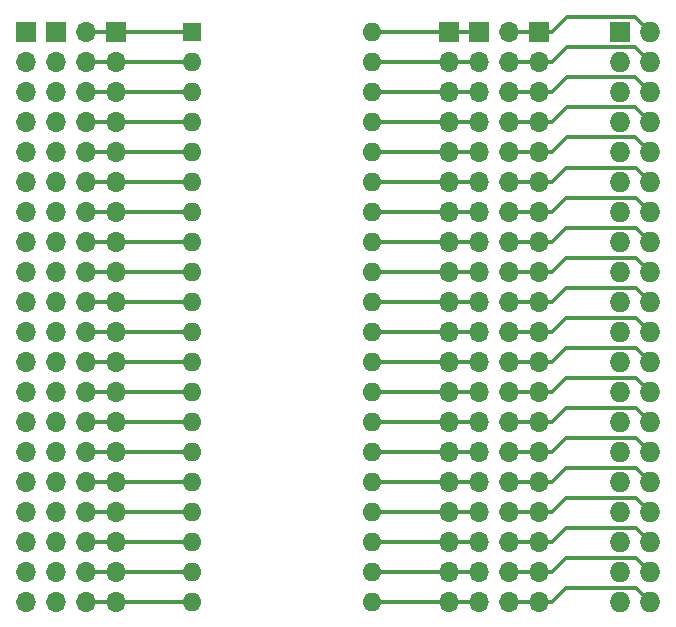
<source format=gbr>
%TF.GenerationSoftware,KiCad,Pcbnew,(5.99.0-7714-g70c397a9b4)*%
%TF.CreationDate,2021-02-07T01:03:55+03:00*%
%TF.ProjectId,dipext-pin_r4,64697065-7874-42d7-9069-6e5f72342e6b,rev?*%
%TF.SameCoordinates,Original*%
%TF.FileFunction,Copper,L1,Top*%
%TF.FilePolarity,Positive*%
%FSLAX46Y46*%
G04 Gerber Fmt 4.6, Leading zero omitted, Abs format (unit mm)*
G04 Created by KiCad (PCBNEW (5.99.0-7714-g70c397a9b4)) date 2021-02-07 01:03:55*
%MOMM*%
%LPD*%
G01*
G04 APERTURE LIST*
%TA.AperFunction,ComponentPad*%
%ADD10R,1.700000X1.700000*%
%TD*%
%TA.AperFunction,ComponentPad*%
%ADD11O,1.700000X1.700000*%
%TD*%
%TA.AperFunction,ComponentPad*%
%ADD12R,1.600000X1.600000*%
%TD*%
%TA.AperFunction,ComponentPad*%
%ADD13O,1.600000X1.600000*%
%TD*%
%TA.AperFunction,ComponentPad*%
%ADD14R,1.727200X1.727200*%
%TD*%
%TA.AperFunction,ComponentPad*%
%ADD15O,1.727200X1.727200*%
%TD*%
%TA.AperFunction,Conductor*%
%ADD16C,0.304800*%
%TD*%
G04 APERTURE END LIST*
D10*
%TO.P,J7,1,Pin_1*%
%TO.N,/P1*%
X42824399Y-46431201D03*
D11*
%TO.P,J7,2,Pin_2*%
%TO.N,/P2*%
X42824399Y-48971201D03*
%TO.P,J7,3,Pin_3*%
%TO.N,/P3*%
X42824399Y-51511201D03*
%TO.P,J7,4,Pin_4*%
%TO.N,/P4*%
X42824399Y-54051201D03*
%TO.P,J7,5,Pin_5*%
%TO.N,/P5*%
X42824399Y-56591201D03*
%TO.P,J7,6,Pin_6*%
%TO.N,/P6*%
X42824399Y-59131201D03*
%TO.P,J7,7,Pin_7*%
%TO.N,/P7*%
X42824399Y-61671201D03*
%TO.P,J7,8,Pin_8*%
%TO.N,/P8*%
X42824399Y-64211201D03*
%TO.P,J7,9,Pin_9*%
%TO.N,/P9*%
X42824399Y-66751201D03*
%TO.P,J7,10,Pin_10*%
%TO.N,/P10*%
X42824399Y-69291201D03*
%TO.P,J7,11,Pin_11*%
%TO.N,/P11*%
X42824399Y-71831201D03*
%TO.P,J7,12,Pin_12*%
%TO.N,/P12*%
X42824399Y-74371201D03*
%TO.P,J7,13,Pin_13*%
%TO.N,/P13*%
X42824399Y-76911201D03*
%TO.P,J7,14,Pin_14*%
%TO.N,/P14*%
X42824399Y-79451201D03*
%TO.P,J7,15,Pin_15*%
%TO.N,/P15*%
X42824399Y-81991201D03*
%TO.P,J7,16,Pin_16*%
%TO.N,/P16*%
X42824399Y-84531201D03*
%TO.P,J7,17,Pin_17*%
%TO.N,/P17*%
X42824399Y-87071201D03*
%TO.P,J7,18,Pin_18*%
%TO.N,/P18*%
X42824399Y-89611201D03*
%TO.P,J7,19,Pin_19*%
%TO.N,/P19*%
X42824399Y-92151201D03*
%TO.P,J7,20,Pin_20*%
%TO.N,/P20*%
X42824399Y-94691201D03*
%TD*%
D12*
%TO.P,J1,1,Pin_1*%
%TO.N,Net-(J1-Pad1)*%
X56895999Y-46431201D03*
D13*
%TO.P,J1,2,Pin_2*%
%TO.N,Net-(J1-Pad2)*%
X56895999Y-48971201D03*
%TO.P,J1,3,Pin_3*%
%TO.N,Net-(J1-Pad3)*%
X56895999Y-51511201D03*
%TO.P,J1,4,Pin_4*%
%TO.N,Net-(J1-Pad4)*%
X56895999Y-54051201D03*
%TO.P,J1,5,Pin_5*%
%TO.N,Net-(J1-Pad5)*%
X56895999Y-56591201D03*
%TO.P,J1,6,Pin_6*%
%TO.N,Net-(J1-Pad6)*%
X56895999Y-59131201D03*
%TO.P,J1,7,Pin_7*%
%TO.N,Net-(J1-Pad7)*%
X56895999Y-61671201D03*
%TO.P,J1,8,Pin_8*%
%TO.N,Net-(J1-Pad8)*%
X56895999Y-64211201D03*
%TO.P,J1,9,Pin_9*%
%TO.N,Net-(J1-Pad9)*%
X56895999Y-66751201D03*
%TO.P,J1,10,Pin_10*%
%TO.N,Net-(J1-Pad10)*%
X56895999Y-69291201D03*
%TO.P,J1,11,Pin_11*%
%TO.N,Net-(J1-Pad11)*%
X56895999Y-71831201D03*
%TO.P,J1,12,Pin_12*%
%TO.N,Net-(J1-Pad12)*%
X56895999Y-74371201D03*
%TO.P,J1,13,Pin_13*%
%TO.N,Net-(J1-Pad13)*%
X56895999Y-76911201D03*
%TO.P,J1,14,Pin_14*%
%TO.N,Net-(J1-Pad14)*%
X56895999Y-79451201D03*
%TO.P,J1,15,Pin_15*%
%TO.N,Net-(J1-Pad15)*%
X56895999Y-81991201D03*
%TO.P,J1,16,Pin_16*%
%TO.N,Net-(J1-Pad16)*%
X56895999Y-84531201D03*
%TO.P,J1,17,Pin_17*%
%TO.N,Net-(J1-Pad17)*%
X56895999Y-87071201D03*
%TO.P,J1,18,Pin_18*%
%TO.N,Net-(J1-Pad18)*%
X56895999Y-89611201D03*
%TO.P,J1,19,Pin_19*%
%TO.N,Net-(J1-Pad19)*%
X56895999Y-92151201D03*
%TO.P,J1,20,Pin_20*%
%TO.N,Net-(J1-Pad20)*%
X56895999Y-94691201D03*
%TO.P,J1,21,Pin_21*%
%TO.N,Net-(J1-Pad21)*%
X72135999Y-94691201D03*
%TO.P,J1,22,Pin_22*%
%TO.N,Net-(J1-Pad22)*%
X72135999Y-92151201D03*
%TO.P,J1,23,Pin_23*%
%TO.N,Net-(J1-Pad23)*%
X72135999Y-89611201D03*
%TO.P,J1,24,Pin_24*%
%TO.N,Net-(J1-Pad24)*%
X72135999Y-87071201D03*
%TO.P,J1,25,Pin_25*%
%TO.N,Net-(J1-Pad25)*%
X72135999Y-84531201D03*
%TO.P,J1,26,Pin_26*%
%TO.N,Net-(J1-Pad26)*%
X72135999Y-81991201D03*
%TO.P,J1,27,Pin_27*%
%TO.N,Net-(J1-Pad27)*%
X72135999Y-79451201D03*
%TO.P,J1,28,Pin_28*%
%TO.N,Net-(J1-Pad28)*%
X72135999Y-76911201D03*
%TO.P,J1,29,Pin_29*%
%TO.N,Net-(J1-Pad29)*%
X72135999Y-74371201D03*
%TO.P,J1,30,Pin_30*%
%TO.N,Net-(J6-Pad11)*%
X72135999Y-71831201D03*
%TO.P,J1,31,Pin_31*%
%TO.N,Net-(J6-Pad10)*%
X72135999Y-69291201D03*
%TO.P,J1,32,Pin_32*%
%TO.N,Net-(J6-Pad9)*%
X72135999Y-66751201D03*
%TO.P,J1,33,Pin_33*%
%TO.N,Net-(J6-Pad8)*%
X72135999Y-64211201D03*
%TO.P,J1,34,Pin_34*%
%TO.N,Net-(J1-Pad34)*%
X72135999Y-61671201D03*
%TO.P,J1,35,Pin_35*%
%TO.N,Net-(J1-Pad35)*%
X72135999Y-59131201D03*
%TO.P,J1,36,Pin_36*%
%TO.N,Net-(J1-Pad36)*%
X72135999Y-56591201D03*
%TO.P,J1,37,Pin_37*%
%TO.N,Net-(J1-Pad37)*%
X72135999Y-54051201D03*
%TO.P,J1,38,Pin_38*%
%TO.N,Net-(J1-Pad38)*%
X72135999Y-51511201D03*
%TO.P,J1,39,Pin_39*%
%TO.N,Net-(J6-Pad2)*%
X72135999Y-48971201D03*
%TO.P,J1,40,Pin_40*%
%TO.N,Net-(J6-Pad1)*%
X72135999Y-46431201D03*
%TD*%
D14*
%TO.P,J2,1,Pin_1*%
%TO.N,/P1*%
X93065599Y-46456601D03*
D15*
%TO.P,J2,2,Pin_2*%
%TO.N,/P40*%
X95605599Y-46456601D03*
%TO.P,J2,3,Pin_3*%
%TO.N,/P2*%
X93065599Y-48996601D03*
%TO.P,J2,4,Pin_4*%
%TO.N,/P39*%
X95605599Y-48996601D03*
%TO.P,J2,5,Pin_5*%
%TO.N,/P3*%
X93065599Y-51536601D03*
%TO.P,J2,6,Pin_6*%
%TO.N,/P38*%
X95605599Y-51536601D03*
%TO.P,J2,7,Pin_7*%
%TO.N,/P4*%
X93065599Y-54076601D03*
%TO.P,J2,8,Pin_8*%
%TO.N,/P37*%
X95605599Y-54076601D03*
%TO.P,J2,9,Pin_9*%
%TO.N,/P5*%
X93065599Y-56616601D03*
%TO.P,J2,10,Pin_10*%
%TO.N,/P36*%
X95605599Y-56616601D03*
%TO.P,J2,11,Pin_11*%
%TO.N,/P6*%
X93065599Y-59156601D03*
%TO.P,J2,12,Pin_12*%
%TO.N,/P35*%
X95605599Y-59156601D03*
%TO.P,J2,13,Pin_13*%
%TO.N,/P7*%
X93065599Y-61696601D03*
%TO.P,J2,14,Pin_14*%
%TO.N,/P34*%
X95605599Y-61696601D03*
%TO.P,J2,15,Pin_15*%
%TO.N,/P8*%
X93065599Y-64236601D03*
%TO.P,J2,16,Pin_16*%
%TO.N,/P33*%
X95605599Y-64236601D03*
%TO.P,J2,17,Pin_17*%
%TO.N,/P9*%
X93065599Y-66776601D03*
%TO.P,J2,18,Pin_18*%
%TO.N,/P32*%
X95605599Y-66776601D03*
%TO.P,J2,19,Pin_19*%
%TO.N,/P10*%
X93065599Y-69316601D03*
%TO.P,J2,20,Pin_20*%
%TO.N,/P31*%
X95605599Y-69316601D03*
%TO.P,J2,21,Pin_21*%
%TO.N,/P11*%
X93065599Y-71856601D03*
%TO.P,J2,22,Pin_22*%
%TO.N,/P30*%
X95605599Y-71856601D03*
%TO.P,J2,23,Pin_23*%
%TO.N,/P12*%
X93065599Y-74396601D03*
%TO.P,J2,24,Pin_24*%
%TO.N,/P29*%
X95605599Y-74396601D03*
%TO.P,J2,25,Pin_25*%
%TO.N,/P13*%
X93065599Y-76936601D03*
%TO.P,J2,26,Pin_26*%
%TO.N,/P28*%
X95605599Y-76936601D03*
%TO.P,J2,27,Pin_27*%
%TO.N,/P14*%
X93065599Y-79476601D03*
%TO.P,J2,28,Pin_28*%
%TO.N,/P27*%
X95605599Y-79476601D03*
%TO.P,J2,29,Pin_29*%
%TO.N,/P15*%
X93065599Y-82016601D03*
%TO.P,J2,30,Pin_30*%
%TO.N,/P26*%
X95605599Y-82016601D03*
%TO.P,J2,31,Pin_31*%
%TO.N,/P16*%
X93065599Y-84556601D03*
%TO.P,J2,32,Pin_32*%
%TO.N,/P25*%
X95605599Y-84556601D03*
%TO.P,J2,33,Pin_33*%
%TO.N,/P17*%
X93065599Y-87096601D03*
%TO.P,J2,34,Pin_34*%
%TO.N,/P24*%
X95605599Y-87096601D03*
%TO.P,J2,35,Pin_35*%
%TO.N,/P18*%
X93065599Y-89636601D03*
%TO.P,J2,36,Pin_36*%
%TO.N,/P23*%
X95605599Y-89636601D03*
%TO.P,J2,37,Pin_37*%
%TO.N,/P19*%
X93065599Y-92176601D03*
%TO.P,J2,38,Pin_38*%
%TO.N,/P22*%
X95605599Y-92176601D03*
%TO.P,J2,39,Pin_39*%
%TO.N,/P20*%
X93065599Y-94716601D03*
%TO.P,J2,40,Pin_40*%
%TO.N,/P21*%
X95605599Y-94716601D03*
%TD*%
D10*
%TO.P,J3,1,Pin_1*%
%TO.N,/P1*%
X45364399Y-46431201D03*
D11*
%TO.P,J3,2,Pin_2*%
%TO.N,Net-(J1-Pad1)*%
X47904399Y-46431201D03*
%TO.P,J3,3,Pin_3*%
%TO.N,/P2*%
X45364399Y-48971201D03*
%TO.P,J3,4,Pin_4*%
%TO.N,Net-(J1-Pad2)*%
X47904399Y-48971201D03*
%TO.P,J3,5,Pin_5*%
%TO.N,/P3*%
X45364399Y-51511201D03*
%TO.P,J3,6,Pin_6*%
%TO.N,Net-(J1-Pad3)*%
X47904399Y-51511201D03*
%TO.P,J3,7,Pin_7*%
%TO.N,/P4*%
X45364399Y-54051201D03*
%TO.P,J3,8,Pin_8*%
%TO.N,Net-(J1-Pad4)*%
X47904399Y-54051201D03*
%TO.P,J3,9,Pin_9*%
%TO.N,/P5*%
X45364399Y-56591201D03*
%TO.P,J3,10,Pin_10*%
%TO.N,Net-(J1-Pad5)*%
X47904399Y-56591201D03*
%TO.P,J3,11,Pin_11*%
%TO.N,/P6*%
X45364399Y-59131201D03*
%TO.P,J3,12,Pin_12*%
%TO.N,Net-(J1-Pad6)*%
X47904399Y-59131201D03*
%TO.P,J3,13,Pin_13*%
%TO.N,/P7*%
X45364399Y-61671201D03*
%TO.P,J3,14,Pin_14*%
%TO.N,Net-(J1-Pad7)*%
X47904399Y-61671201D03*
%TO.P,J3,15,Pin_15*%
%TO.N,/P8*%
X45364399Y-64211201D03*
%TO.P,J3,16,Pin_16*%
%TO.N,Net-(J1-Pad8)*%
X47904399Y-64211201D03*
%TO.P,J3,17,Pin_17*%
%TO.N,/P9*%
X45364399Y-66751201D03*
%TO.P,J3,18,Pin_18*%
%TO.N,Net-(J1-Pad9)*%
X47904399Y-66751201D03*
%TO.P,J3,19,Pin_19*%
%TO.N,/P10*%
X45364399Y-69291201D03*
%TO.P,J3,20,Pin_20*%
%TO.N,Net-(J1-Pad10)*%
X47904399Y-69291201D03*
%TO.P,J3,21,Pin_21*%
%TO.N,/P11*%
X45364399Y-71831201D03*
%TO.P,J3,22,Pin_22*%
%TO.N,Net-(J1-Pad11)*%
X47904399Y-71831201D03*
%TO.P,J3,23,Pin_23*%
%TO.N,/P12*%
X45364399Y-74371201D03*
%TO.P,J3,24,Pin_24*%
%TO.N,Net-(J1-Pad12)*%
X47904399Y-74371201D03*
%TO.P,J3,25,Pin_25*%
%TO.N,/P13*%
X45364399Y-76911201D03*
%TO.P,J3,26,Pin_26*%
%TO.N,Net-(J1-Pad13)*%
X47904399Y-76911201D03*
%TO.P,J3,27,Pin_27*%
%TO.N,/P14*%
X45364399Y-79451201D03*
%TO.P,J3,28,Pin_28*%
%TO.N,Net-(J1-Pad14)*%
X47904399Y-79451201D03*
%TO.P,J3,29,Pin_29*%
%TO.N,/P15*%
X45364399Y-81991201D03*
%TO.P,J3,30,Pin_30*%
%TO.N,Net-(J1-Pad15)*%
X47904399Y-81991201D03*
%TO.P,J3,31,Pin_31*%
%TO.N,/P16*%
X45364399Y-84531201D03*
%TO.P,J3,32,Pin_32*%
%TO.N,Net-(J1-Pad16)*%
X47904399Y-84531201D03*
%TO.P,J3,33,Pin_33*%
%TO.N,/P17*%
X45364399Y-87071201D03*
%TO.P,J3,34,Pin_34*%
%TO.N,Net-(J1-Pad17)*%
X47904399Y-87071201D03*
%TO.P,J3,35,Pin_35*%
%TO.N,/P18*%
X45364399Y-89611201D03*
%TO.P,J3,36,Pin_36*%
%TO.N,Net-(J1-Pad18)*%
X47904399Y-89611201D03*
%TO.P,J3,37,Pin_37*%
%TO.N,/P19*%
X45364399Y-92151201D03*
%TO.P,J3,38,Pin_38*%
%TO.N,Net-(J1-Pad19)*%
X47904399Y-92151201D03*
%TO.P,J3,39,Pin_39*%
%TO.N,/P20*%
X45364399Y-94691201D03*
%TO.P,J3,40,Pin_40*%
%TO.N,Net-(J1-Pad20)*%
X47904399Y-94691201D03*
%TD*%
D10*
%TO.P,J4,1,Pin_1*%
%TO.N,Net-(J6-Pad1)*%
X81152999Y-46456601D03*
D11*
%TO.P,J4,2,Pin_2*%
%TO.N,/P40*%
X83692999Y-46456601D03*
%TO.P,J4,3,Pin_3*%
%TO.N,Net-(J6-Pad2)*%
X81152999Y-48996601D03*
%TO.P,J4,4,Pin_4*%
%TO.N,/P39*%
X83692999Y-48996601D03*
%TO.P,J4,5,Pin_5*%
%TO.N,Net-(J1-Pad38)*%
X81152999Y-51536601D03*
%TO.P,J4,6,Pin_6*%
%TO.N,/P38*%
X83692999Y-51536601D03*
%TO.P,J4,7,Pin_7*%
%TO.N,Net-(J1-Pad37)*%
X81152999Y-54076601D03*
%TO.P,J4,8,Pin_8*%
%TO.N,/P37*%
X83692999Y-54076601D03*
%TO.P,J4,9,Pin_9*%
%TO.N,Net-(J1-Pad36)*%
X81152999Y-56616601D03*
%TO.P,J4,10,Pin_10*%
%TO.N,/P36*%
X83692999Y-56616601D03*
%TO.P,J4,11,Pin_11*%
%TO.N,Net-(J1-Pad35)*%
X81152999Y-59156601D03*
%TO.P,J4,12,Pin_12*%
%TO.N,/P35*%
X83692999Y-59156601D03*
%TO.P,J4,13,Pin_13*%
%TO.N,Net-(J1-Pad34)*%
X81152999Y-61696601D03*
%TO.P,J4,14,Pin_14*%
%TO.N,/P34*%
X83692999Y-61696601D03*
%TO.P,J4,15,Pin_15*%
%TO.N,Net-(J6-Pad8)*%
X81152999Y-64236601D03*
%TO.P,J4,16,Pin_16*%
%TO.N,/P33*%
X83692999Y-64236601D03*
%TO.P,J4,17,Pin_17*%
%TO.N,Net-(J6-Pad9)*%
X81152999Y-66776601D03*
%TO.P,J4,18,Pin_18*%
%TO.N,/P32*%
X83692999Y-66776601D03*
%TO.P,J4,19,Pin_19*%
%TO.N,Net-(J6-Pad10)*%
X81152999Y-69316601D03*
%TO.P,J4,20,Pin_20*%
%TO.N,/P31*%
X83692999Y-69316601D03*
%TO.P,J4,21,Pin_21*%
%TO.N,Net-(J6-Pad11)*%
X81152999Y-71856601D03*
%TO.P,J4,22,Pin_22*%
%TO.N,/P30*%
X83692999Y-71856601D03*
%TO.P,J4,23,Pin_23*%
%TO.N,Net-(J1-Pad29)*%
X81152999Y-74396601D03*
%TO.P,J4,24,Pin_24*%
%TO.N,/P29*%
X83692999Y-74396601D03*
%TO.P,J4,25,Pin_25*%
%TO.N,Net-(J1-Pad28)*%
X81152999Y-76936601D03*
%TO.P,J4,26,Pin_26*%
%TO.N,/P28*%
X83692999Y-76936601D03*
%TO.P,J4,27,Pin_27*%
%TO.N,Net-(J1-Pad27)*%
X81152999Y-79476601D03*
%TO.P,J4,28,Pin_28*%
%TO.N,/P27*%
X83692999Y-79476601D03*
%TO.P,J4,29,Pin_29*%
%TO.N,Net-(J1-Pad26)*%
X81152999Y-82016601D03*
%TO.P,J4,30,Pin_30*%
%TO.N,/P26*%
X83692999Y-82016601D03*
%TO.P,J4,31,Pin_31*%
%TO.N,Net-(J1-Pad25)*%
X81152999Y-84556601D03*
%TO.P,J4,32,Pin_32*%
%TO.N,/P25*%
X83692999Y-84556601D03*
%TO.P,J4,33,Pin_33*%
%TO.N,Net-(J1-Pad24)*%
X81152999Y-87096601D03*
%TO.P,J4,34,Pin_34*%
%TO.N,/P24*%
X83692999Y-87096601D03*
%TO.P,J4,35,Pin_35*%
%TO.N,Net-(J1-Pad23)*%
X81152999Y-89636601D03*
%TO.P,J4,36,Pin_36*%
%TO.N,/P23*%
X83692999Y-89636601D03*
%TO.P,J4,37,Pin_37*%
%TO.N,Net-(J1-Pad22)*%
X81152999Y-92176601D03*
%TO.P,J4,38,Pin_38*%
%TO.N,/P22*%
X83692999Y-92176601D03*
%TO.P,J4,39,Pin_39*%
%TO.N,Net-(J1-Pad21)*%
X81152999Y-94716601D03*
%TO.P,J4,40,Pin_40*%
%TO.N,/P21*%
X83692999Y-94716601D03*
%TD*%
D10*
%TO.P,J8,1,Pin_1*%
%TO.N,Net-(J1-Pad1)*%
X50444199Y-46431201D03*
D11*
%TO.P,J8,2,Pin_2*%
%TO.N,Net-(J1-Pad2)*%
X50444199Y-48971201D03*
%TO.P,J8,3,Pin_3*%
%TO.N,Net-(J1-Pad3)*%
X50444199Y-51511201D03*
%TO.P,J8,4,Pin_4*%
%TO.N,Net-(J1-Pad4)*%
X50444199Y-54051201D03*
%TO.P,J8,5,Pin_5*%
%TO.N,Net-(J1-Pad5)*%
X50444199Y-56591201D03*
%TO.P,J8,6,Pin_6*%
%TO.N,Net-(J1-Pad6)*%
X50444199Y-59131201D03*
%TO.P,J8,7,Pin_7*%
%TO.N,Net-(J1-Pad7)*%
X50444199Y-61671201D03*
%TO.P,J8,8,Pin_8*%
%TO.N,Net-(J1-Pad8)*%
X50444199Y-64211201D03*
%TO.P,J8,9,Pin_9*%
%TO.N,Net-(J1-Pad9)*%
X50444199Y-66751201D03*
%TO.P,J8,10,Pin_10*%
%TO.N,Net-(J1-Pad10)*%
X50444199Y-69291201D03*
%TO.P,J8,11,Pin_11*%
%TO.N,Net-(J1-Pad11)*%
X50444199Y-71831201D03*
%TO.P,J8,12,Pin_12*%
%TO.N,Net-(J1-Pad12)*%
X50444199Y-74371201D03*
%TO.P,J8,13,Pin_13*%
%TO.N,Net-(J1-Pad13)*%
X50444199Y-76911201D03*
%TO.P,J8,14,Pin_14*%
%TO.N,Net-(J1-Pad14)*%
X50444199Y-79451201D03*
%TO.P,J8,15,Pin_15*%
%TO.N,Net-(J1-Pad15)*%
X50444199Y-81991201D03*
%TO.P,J8,16,Pin_16*%
%TO.N,Net-(J1-Pad16)*%
X50444199Y-84531201D03*
%TO.P,J8,17,Pin_17*%
%TO.N,Net-(J1-Pad17)*%
X50444199Y-87071201D03*
%TO.P,J8,18,Pin_18*%
%TO.N,Net-(J1-Pad18)*%
X50444199Y-89611201D03*
%TO.P,J8,19,Pin_19*%
%TO.N,Net-(J1-Pad19)*%
X50444199Y-92151201D03*
%TO.P,J8,20,Pin_20*%
%TO.N,Net-(J1-Pad20)*%
X50444199Y-94691201D03*
%TD*%
D10*
%TO.P,J6,1,Pin_1*%
%TO.N,Net-(J6-Pad1)*%
X78613399Y-46456601D03*
D11*
%TO.P,J6,2,Pin_2*%
%TO.N,Net-(J6-Pad2)*%
X78613399Y-48996601D03*
%TO.P,J6,3,Pin_3*%
%TO.N,Net-(J1-Pad38)*%
X78613399Y-51536601D03*
%TO.P,J6,4,Pin_4*%
%TO.N,Net-(J1-Pad37)*%
X78613399Y-54076601D03*
%TO.P,J6,5,Pin_5*%
%TO.N,Net-(J1-Pad36)*%
X78613399Y-56616601D03*
%TO.P,J6,6,Pin_6*%
%TO.N,Net-(J1-Pad35)*%
X78613399Y-59156601D03*
%TO.P,J6,7,Pin_7*%
%TO.N,Net-(J1-Pad34)*%
X78613399Y-61696601D03*
%TO.P,J6,8,Pin_8*%
%TO.N,Net-(J6-Pad8)*%
X78613399Y-64236601D03*
%TO.P,J6,9,Pin_9*%
%TO.N,Net-(J6-Pad9)*%
X78613399Y-66776601D03*
%TO.P,J6,10,Pin_10*%
%TO.N,Net-(J6-Pad10)*%
X78613399Y-69316601D03*
%TO.P,J6,11,Pin_11*%
%TO.N,Net-(J6-Pad11)*%
X78613399Y-71856601D03*
%TO.P,J6,12,Pin_12*%
%TO.N,Net-(J1-Pad29)*%
X78613399Y-74396601D03*
%TO.P,J6,13,Pin_13*%
%TO.N,Net-(J1-Pad28)*%
X78613399Y-76936601D03*
%TO.P,J6,14,Pin_14*%
%TO.N,Net-(J1-Pad27)*%
X78613399Y-79476601D03*
%TO.P,J6,15,Pin_15*%
%TO.N,Net-(J1-Pad26)*%
X78613399Y-82016601D03*
%TO.P,J6,16,Pin_16*%
%TO.N,Net-(J1-Pad25)*%
X78613399Y-84556601D03*
%TO.P,J6,17,Pin_17*%
%TO.N,Net-(J1-Pad24)*%
X78613399Y-87096601D03*
%TO.P,J6,18,Pin_18*%
%TO.N,Net-(J1-Pad23)*%
X78613399Y-89636601D03*
%TO.P,J6,19,Pin_19*%
%TO.N,Net-(J1-Pad22)*%
X78613399Y-92176601D03*
%TO.P,J6,20,Pin_20*%
%TO.N,Net-(J1-Pad21)*%
X78613399Y-94716601D03*
%TD*%
D10*
%TO.P,J5,1,Pin_1*%
%TO.N,/P40*%
X86232599Y-46456601D03*
D11*
%TO.P,J5,2,Pin_2*%
%TO.N,/P39*%
X86232599Y-48996601D03*
%TO.P,J5,3,Pin_3*%
%TO.N,/P38*%
X86232599Y-51536601D03*
%TO.P,J5,4,Pin_4*%
%TO.N,/P37*%
X86232599Y-54076601D03*
%TO.P,J5,5,Pin_5*%
%TO.N,/P36*%
X86232599Y-56616601D03*
%TO.P,J5,6,Pin_6*%
%TO.N,/P35*%
X86232599Y-59156601D03*
%TO.P,J5,7,Pin_7*%
%TO.N,/P34*%
X86232599Y-61696601D03*
%TO.P,J5,8,Pin_8*%
%TO.N,/P33*%
X86232599Y-64236601D03*
%TO.P,J5,9,Pin_9*%
%TO.N,/P32*%
X86232599Y-66776601D03*
%TO.P,J5,10,Pin_10*%
%TO.N,/P31*%
X86232599Y-69316601D03*
%TO.P,J5,11,Pin_11*%
%TO.N,/P30*%
X86232599Y-71856601D03*
%TO.P,J5,12,Pin_12*%
%TO.N,/P29*%
X86232599Y-74396601D03*
%TO.P,J5,13,Pin_13*%
%TO.N,/P28*%
X86232599Y-76936601D03*
%TO.P,J5,14,Pin_14*%
%TO.N,/P27*%
X86232599Y-79476601D03*
%TO.P,J5,15,Pin_15*%
%TO.N,/P26*%
X86232599Y-82016601D03*
%TO.P,J5,16,Pin_16*%
%TO.N,/P25*%
X86232599Y-84556601D03*
%TO.P,J5,17,Pin_17*%
%TO.N,/P24*%
X86232599Y-87096601D03*
%TO.P,J5,18,Pin_18*%
%TO.N,/P23*%
X86232599Y-89636601D03*
%TO.P,J5,19,Pin_19*%
%TO.N,/P22*%
X86232599Y-92176601D03*
%TO.P,J5,20,Pin_20*%
%TO.N,/P21*%
X86232599Y-94716601D03*
%TD*%
D16*
%TO.N,/P21*%
X88519000Y-93548200D02*
X87350599Y-94716601D01*
X87325199Y-94691201D02*
X87350599Y-94716601D01*
X83718399Y-94691201D02*
X87325199Y-94691201D01*
X83692999Y-94716601D02*
X83718399Y-94691201D01*
X95605599Y-94716601D02*
X94437198Y-93548200D01*
X94437198Y-93548200D02*
X88519000Y-93548200D01*
%TO.N,/P22*%
X94437198Y-91008200D02*
X88519000Y-91008200D01*
X83692999Y-92176601D02*
X83718399Y-92151201D01*
X83718399Y-92151201D02*
X87325199Y-92151201D01*
X95605599Y-92176601D02*
X94437198Y-91008200D01*
X87325199Y-92151201D02*
X87350599Y-92176601D01*
X88519000Y-91008200D02*
X87350599Y-92176601D01*
%TO.N,/P23*%
X88519000Y-88468200D02*
X87350599Y-89636601D01*
X94437198Y-88468200D02*
X88519000Y-88468200D01*
X95605599Y-89636601D02*
X94437198Y-88468200D01*
X83692999Y-89636601D02*
X87350599Y-89636601D01*
%TO.N,/P24*%
X88519000Y-85928200D02*
X87350599Y-87096601D01*
X83718399Y-87071201D02*
X87325199Y-87071201D01*
X87325199Y-87071201D02*
X87350599Y-87096601D01*
X83692999Y-87096601D02*
X83718399Y-87071201D01*
X95605599Y-87096601D02*
X94437198Y-85928200D01*
X94437198Y-85928200D02*
X88519000Y-85928200D01*
%TO.N,/P25*%
X95605599Y-84556601D02*
X94437198Y-83388200D01*
X94437198Y-83388200D02*
X88519000Y-83388200D01*
X87325199Y-84531201D02*
X87350599Y-84556601D01*
X88519000Y-83388200D02*
X87350599Y-84556601D01*
X83692999Y-84556601D02*
X83718399Y-84531201D01*
X83718399Y-84531201D02*
X87325199Y-84531201D01*
%TO.N,/P26*%
X83692999Y-82016601D02*
X83718399Y-81991201D01*
X83718399Y-81991201D02*
X87325199Y-81991201D01*
X94437198Y-80848200D02*
X88519000Y-80848200D01*
X88519000Y-80848200D02*
X87350599Y-82016601D01*
X87325199Y-81991201D02*
X87350599Y-82016601D01*
X95605599Y-82016601D02*
X94437198Y-80848200D01*
%TO.N,/P27*%
X94437198Y-78308200D02*
X88519000Y-78308200D01*
X83692999Y-79476601D02*
X87350599Y-79476601D01*
X88519000Y-78308200D02*
X87350599Y-79476601D01*
X95605599Y-79476601D02*
X94437198Y-78308200D01*
%TO.N,/P28*%
X95605599Y-76936601D02*
X94437198Y-75768200D01*
X88519000Y-75768200D02*
X87350599Y-76936601D01*
X94437198Y-75768200D02*
X88519000Y-75768200D01*
X83692999Y-76936601D02*
X87350599Y-76936601D01*
%TO.N,/P29*%
X83718399Y-74371201D02*
X87325199Y-74371201D01*
X83692999Y-74396601D02*
X83718399Y-74371201D01*
X94437198Y-73228200D02*
X88519000Y-73228200D01*
X87325199Y-74371201D02*
X87350599Y-74396601D01*
X95605599Y-74396601D02*
X94437198Y-73228200D01*
X88519000Y-73228200D02*
X87350599Y-74396601D01*
%TO.N,/P30*%
X94437198Y-70688200D02*
X88519000Y-70688200D01*
X87325199Y-71831201D02*
X87350599Y-71856601D01*
X95605599Y-71856601D02*
X94437198Y-70688200D01*
X88519000Y-70688200D02*
X87350599Y-71856601D01*
X83718399Y-71831201D02*
X87325199Y-71831201D01*
X83692999Y-71856601D02*
X83718399Y-71831201D01*
%TO.N,/P31*%
X87325199Y-69291201D02*
X87350599Y-69316601D01*
X83692999Y-69316601D02*
X83718399Y-69291201D01*
X94437198Y-68148200D02*
X88519000Y-68148200D01*
X88519000Y-68148200D02*
X87350599Y-69316601D01*
X83718399Y-69291201D02*
X87325199Y-69291201D01*
X95605599Y-69316601D02*
X94437198Y-68148200D01*
%TO.N,/P32*%
X88519000Y-65608200D02*
X87350599Y-66776601D01*
X95605599Y-66776601D02*
X94437198Y-65608200D01*
X83692999Y-66776601D02*
X87350599Y-66776601D01*
X94437198Y-65608200D02*
X88519000Y-65608200D01*
%TO.N,/P33*%
X95605599Y-64236601D02*
X94437198Y-63068200D01*
X83692999Y-64236601D02*
X83718399Y-64211201D01*
X94437198Y-63068200D02*
X88519000Y-63068200D01*
X88519000Y-63068200D02*
X87350599Y-64236601D01*
X87325199Y-64211201D02*
X87350599Y-64236601D01*
X83718399Y-64211201D02*
X87325199Y-64211201D01*
%TO.N,/P34*%
X83692999Y-61696601D02*
X87350599Y-61696601D01*
X94437198Y-60528200D02*
X88519000Y-60528200D01*
X88519000Y-60528200D02*
X87350599Y-61696601D01*
X95605599Y-61696601D02*
X94437198Y-60528200D01*
%TO.N,/P35*%
X83692999Y-59156601D02*
X83718399Y-59131201D01*
X87325199Y-59131201D02*
X87350599Y-59156601D01*
X94437198Y-57988200D02*
X88519000Y-57988200D01*
X88519000Y-57988200D02*
X87350599Y-59156601D01*
X83718399Y-59131201D02*
X87325199Y-59131201D01*
X95605599Y-59156601D02*
X94437198Y-57988200D01*
%TO.N,/P36*%
X95605599Y-56616601D02*
X94335599Y-55346601D01*
X88620599Y-55346601D02*
X87350599Y-56616601D01*
X83692999Y-56616601D02*
X87350599Y-56616601D01*
X94335599Y-55346601D02*
X88620599Y-55346601D01*
%TO.N,/P37*%
X87325199Y-54051201D02*
X87350599Y-54076601D01*
X95605599Y-54076601D02*
X94335599Y-52806601D01*
X88620599Y-52806601D02*
X87350599Y-54076601D01*
X83718399Y-54051201D02*
X87325199Y-54051201D01*
X83692999Y-54076601D02*
X83718399Y-54051201D01*
X94335599Y-52806601D02*
X88620599Y-52806601D01*
%TO.N,/P38*%
X87325199Y-51511201D02*
X87350599Y-51536601D01*
X83718399Y-51511201D02*
X87325199Y-51511201D01*
X83692999Y-51536601D02*
X83718399Y-51511201D01*
X94360999Y-50292001D02*
X88595199Y-50292001D01*
X88595199Y-50292001D02*
X87350599Y-51536601D01*
X95605599Y-51536601D02*
X94360999Y-50292001D01*
%TO.N,/P39*%
X83692999Y-48996601D02*
X87350599Y-48996601D01*
X88620599Y-47726601D02*
X87350599Y-48996601D01*
X94335599Y-47726601D02*
X88620599Y-47726601D01*
X95605599Y-48996601D02*
X94335599Y-47726601D01*
%TO.N,/P40*%
X83718399Y-46431201D02*
X87325199Y-46431201D01*
X94335599Y-45186601D02*
X88620599Y-45186601D01*
X95605599Y-46456601D02*
X94335599Y-45186601D01*
X87325199Y-46431201D02*
X87350599Y-46456601D01*
X88620599Y-45186601D02*
X87350599Y-46456601D01*
X83692999Y-46456601D02*
X83718399Y-46431201D01*
%TO.N,Net-(J1-Pad1)*%
X47904399Y-46431201D02*
X47929799Y-46456601D01*
X56870599Y-46456601D02*
X56895999Y-46431201D01*
X47929799Y-46456601D02*
X56870599Y-46456601D01*
%TO.N,Net-(J1-Pad21)*%
X72135999Y-94691201D02*
X72161399Y-94716601D01*
X72161399Y-94716601D02*
X81152999Y-94716601D01*
%TO.N,Net-(J1-Pad2)*%
X47904399Y-48971201D02*
X47929799Y-48996601D01*
X56870599Y-48996601D02*
X56895999Y-48971201D01*
X47929799Y-48996601D02*
X56870599Y-48996601D01*
%TO.N,Net-(J1-Pad22)*%
X72135999Y-92151201D02*
X72161399Y-92176601D01*
X72161399Y-92176601D02*
X81152999Y-92176601D01*
%TO.N,Net-(J1-Pad3)*%
X47904399Y-51511201D02*
X47929799Y-51536601D01*
X56870599Y-51536601D02*
X56895999Y-51511201D01*
X47929799Y-51536601D02*
X56870599Y-51536601D01*
%TO.N,Net-(J1-Pad23)*%
X72161399Y-89636601D02*
X81152999Y-89636601D01*
X72135999Y-89611201D02*
X72161399Y-89636601D01*
%TO.N,Net-(J1-Pad4)*%
X56870599Y-54076601D02*
X56895999Y-54051201D01*
X47904399Y-54051201D02*
X47929799Y-54076601D01*
X47929799Y-54076601D02*
X56870599Y-54076601D01*
%TO.N,Net-(J1-Pad24)*%
X72161399Y-87096601D02*
X81152999Y-87096601D01*
X72135999Y-87071201D02*
X72161399Y-87096601D01*
%TO.N,Net-(J1-Pad5)*%
X47904399Y-56591201D02*
X47929799Y-56616601D01*
X47929799Y-56616601D02*
X56870599Y-56616601D01*
X56870599Y-56616601D02*
X56895999Y-56591201D01*
%TO.N,Net-(J1-Pad25)*%
X72135999Y-84531201D02*
X72161399Y-84556601D01*
X72161399Y-84556601D02*
X81152999Y-84556601D01*
%TO.N,Net-(J1-Pad6)*%
X47904399Y-59131201D02*
X47929799Y-59156601D01*
X56870599Y-59156601D02*
X56895999Y-59131201D01*
X47929799Y-59156601D02*
X56870599Y-59156601D01*
%TO.N,Net-(J1-Pad26)*%
X72135999Y-81991201D02*
X72161399Y-82016601D01*
X72161399Y-82016601D02*
X81152999Y-82016601D01*
%TO.N,Net-(J1-Pad7)*%
X47929799Y-61696601D02*
X56870599Y-61696601D01*
X47904399Y-61671201D02*
X47929799Y-61696601D01*
X56870599Y-61696601D02*
X56895999Y-61671201D01*
%TO.N,Net-(J1-Pad27)*%
X72161399Y-79476601D02*
X81152999Y-79476601D01*
X72135999Y-79451201D02*
X72161399Y-79476601D01*
%TO.N,Net-(J1-Pad8)*%
X47929799Y-64236601D02*
X56870599Y-64236601D01*
X47904399Y-64211201D02*
X47929799Y-64236601D01*
X56870599Y-64236601D02*
X56895999Y-64211201D01*
%TO.N,Net-(J1-Pad28)*%
X72161399Y-76936601D02*
X81152999Y-76936601D01*
X72135999Y-76911201D02*
X72161399Y-76936601D01*
%TO.N,Net-(J1-Pad9)*%
X47929799Y-66776601D02*
X56870599Y-66776601D01*
X47904399Y-66751201D02*
X47929799Y-66776601D01*
X56870599Y-66776601D02*
X56895999Y-66751201D01*
%TO.N,Net-(J1-Pad29)*%
X72161399Y-74396601D02*
X81152999Y-74396601D01*
X72135999Y-74371201D02*
X72161399Y-74396601D01*
%TO.N,Net-(J1-Pad10)*%
X56870599Y-69316601D02*
X56895999Y-69291201D01*
X47904399Y-69291201D02*
X47929799Y-69316601D01*
X47929799Y-69316601D02*
X56870599Y-69316601D01*
%TO.N,Net-(J6-Pad11)*%
X72135999Y-71831201D02*
X72161399Y-71856601D01*
X72161399Y-71856601D02*
X81152999Y-71856601D01*
%TO.N,Net-(J1-Pad11)*%
X56870599Y-71856601D02*
X56895999Y-71831201D01*
X47904399Y-71831201D02*
X47929799Y-71856601D01*
X47929799Y-71856601D02*
X56870599Y-71856601D01*
%TO.N,Net-(J6-Pad10)*%
X72135999Y-69291201D02*
X72161399Y-69316601D01*
X72161399Y-69316601D02*
X81152999Y-69316601D01*
%TO.N,Net-(J1-Pad12)*%
X47904399Y-74371201D02*
X47929799Y-74396601D01*
X47929799Y-74396601D02*
X56870599Y-74396601D01*
X56870599Y-74396601D02*
X56895999Y-74371201D01*
%TO.N,Net-(J6-Pad9)*%
X72135999Y-66751201D02*
X72161399Y-66776601D01*
X72161399Y-66776601D02*
X81152999Y-66776601D01*
%TO.N,Net-(J1-Pad13)*%
X47929799Y-76936601D02*
X56870599Y-76936601D01*
X47904399Y-76911201D02*
X47929799Y-76936601D01*
X56870599Y-76936601D02*
X56895999Y-76911201D01*
%TO.N,Net-(J6-Pad8)*%
X72135999Y-64211201D02*
X72161399Y-64236601D01*
X72161399Y-64236601D02*
X81152999Y-64236601D01*
%TO.N,Net-(J1-Pad14)*%
X56870599Y-79476601D02*
X56895999Y-79451201D01*
X47904399Y-79451201D02*
X47929799Y-79476601D01*
X47929799Y-79476601D02*
X56870599Y-79476601D01*
%TO.N,Net-(J1-Pad34)*%
X72135999Y-61671201D02*
X72161399Y-61696601D01*
X72161399Y-61696601D02*
X81152999Y-61696601D01*
%TO.N,Net-(J1-Pad15)*%
X47904399Y-81991201D02*
X47929799Y-82016601D01*
X47929799Y-82016601D02*
X56870599Y-82016601D01*
X56870599Y-82016601D02*
X56895999Y-81991201D01*
%TO.N,Net-(J1-Pad35)*%
X72161399Y-59156601D02*
X81152999Y-59156601D01*
X72135999Y-59131201D02*
X72161399Y-59156601D01*
%TO.N,Net-(J1-Pad16)*%
X56870599Y-84556601D02*
X56895999Y-84531201D01*
X47929799Y-84556601D02*
X56870599Y-84556601D01*
X47904399Y-84531201D02*
X47929799Y-84556601D01*
%TO.N,Net-(J1-Pad36)*%
X72135999Y-56591201D02*
X72161399Y-56616601D01*
X72161399Y-56616601D02*
X81152999Y-56616601D01*
%TO.N,Net-(J1-Pad17)*%
X56870599Y-87096601D02*
X56895999Y-87071201D01*
X47904399Y-87071201D02*
X47929799Y-87096601D01*
X47929799Y-87096601D02*
X56870599Y-87096601D01*
%TO.N,Net-(J1-Pad37)*%
X72135999Y-54051201D02*
X72161399Y-54076601D01*
X72161399Y-54076601D02*
X81152999Y-54076601D01*
%TO.N,Net-(J1-Pad18)*%
X47904399Y-89611201D02*
X47929799Y-89636601D01*
X47929799Y-89636601D02*
X56870599Y-89636601D01*
X56870599Y-89636601D02*
X56895999Y-89611201D01*
%TO.N,Net-(J1-Pad38)*%
X72135999Y-51511201D02*
X72161399Y-51536601D01*
X72161399Y-51536601D02*
X81152999Y-51536601D01*
%TO.N,Net-(J1-Pad19)*%
X56870599Y-92176601D02*
X56895999Y-92151201D01*
X47929799Y-92176601D02*
X56870599Y-92176601D01*
X47904399Y-92151201D02*
X47929799Y-92176601D01*
%TO.N,Net-(J6-Pad2)*%
X72135999Y-48971201D02*
X72161399Y-48996601D01*
X72161399Y-48996601D02*
X81152999Y-48996601D01*
%TO.N,Net-(J1-Pad20)*%
X56870599Y-94716601D02*
X56895999Y-94691201D01*
X47904399Y-94691201D02*
X47929799Y-94716601D01*
X47929799Y-94716601D02*
X56870599Y-94716601D01*
%TO.N,Net-(J6-Pad1)*%
X72161399Y-46456601D02*
X81152999Y-46456601D01*
X72135999Y-46431201D02*
X72161399Y-46456601D01*
%TD*%
M02*

</source>
